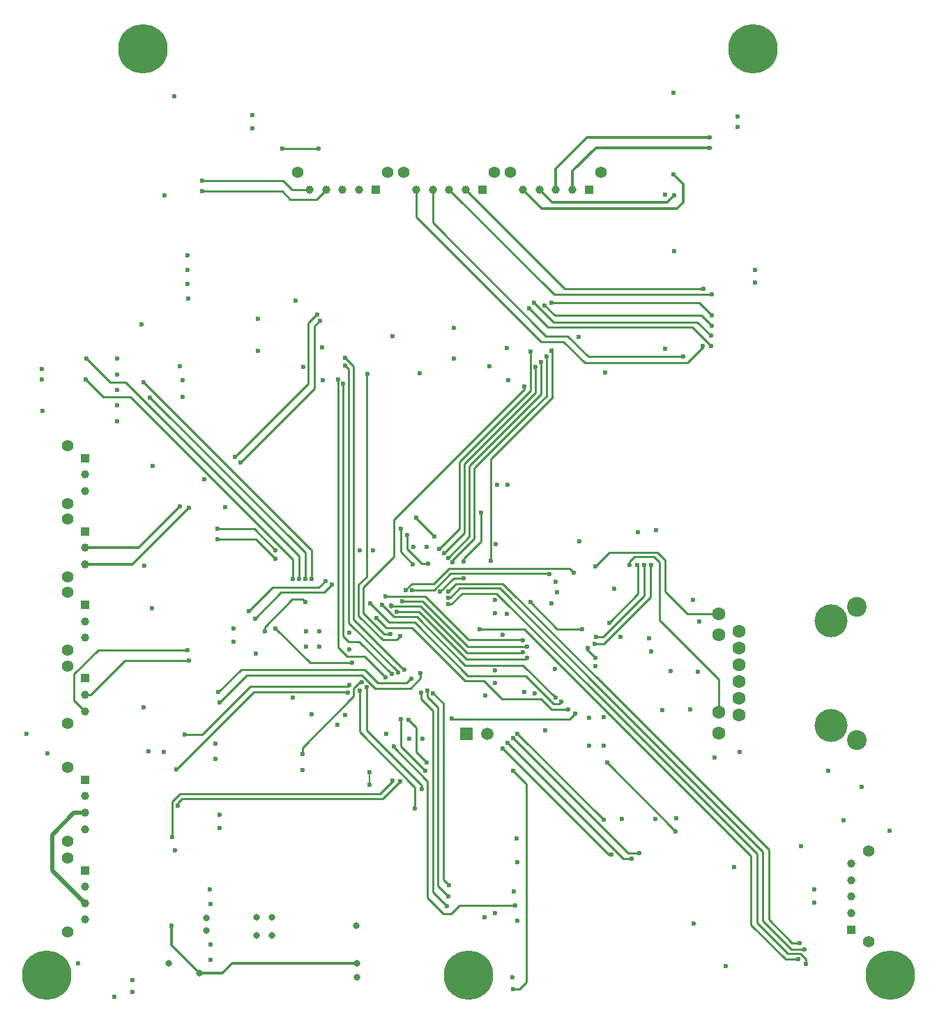
<source format=gbl>
%FSDAX25Y25*%
%MOIN*%
%SFA1B1*%

%IPPOS*%
%ADD12R,0.039370X0.039370*%
%ADD13R,0.039370X0.039370*%
%ADD54C,0.009840*%
%ADD55C,0.019690*%
%ADD57C,0.011810*%
%ADD59C,0.005910*%
%ADD68C,0.236220*%
%ADD69C,0.062990*%
%ADD70C,0.157480*%
%ADD71C,0.094490*%
%ADD72C,0.055120*%
%ADD73C,0.039370*%
%ADD74R,0.059060X0.059060*%
%ADD75C,0.059060*%
%ADD76C,0.023620*%
%ADD77C,0.031500*%
%LNmcb2-1*%
%LPD*%
G54D12*
X0372441Y0488583D03*
X0321457D03*
X0270472D03*
G54D13*
X0131496Y0360335D03*
Y0325295D03*
Y0290256D03*
Y0255118D03*
X0498032Y0135039D03*
X0131496Y0206693D03*
Y0163386D03*
G54D54*
X0289764Y0331692D02*
Y0331890D01*
Y0331692D02*
X0298622Y0322834D01*
X0266142Y0303642D02*
Y0400295D01*
X0262402Y0299902D02*
X0266142Y0303642D01*
X0187697Y0228346D02*
X0210532Y0251181D01*
X0175098Y0211614D02*
X0212205Y0248721D01*
X0159646Y0383169D02*
X0231004Y0311811D01*
Y0302657D02*
Y0311811D01*
X0217421Y0277559D02*
Y0279626D01*
X0230709Y0292913*
X0235504*
X0236847Y0291571*
X0375984Y0274803D02*
X0379134D01*
X0382087Y0281693D02*
X0396063Y0295669D01*
Y0309449*
X0375984Y0271654D02*
X0379528D01*
X0331138Y0221689D02*
X0331314Y0221513D01*
X0472440Y0120866D02*
X0472441Y0120867D01*
X0294094Y0294193D02*
X0314862Y0273425D01*
X0314469Y0270276D02*
X0342815D01*
X0292913Y0291831D02*
X0314469Y0270276D01*
X0291929Y0289469D02*
X0314092Y0267306D01*
X0283268Y0291831D02*
X0292913D01*
X0275098Y0294193D02*
X0294094D01*
X0280512Y0286909D02*
X0291240D01*
X0313976Y0264173*
X0314862Y0273425D02*
X0340454D01*
X0340748Y0273131*
Y0273130D02*
Y0273131D01*
X0314092Y0267306D02*
X0341036D01*
X0341043Y0267314D02*
Y0267421D01*
X0341036Y0267306D02*
X0341043Y0267314D01*
X0313976Y0264173D02*
X0342224D01*
X0342815Y0264764*
X0450000Y0137318D02*
X0466452Y0120866D01*
X0471654*
X0305118Y0296457D02*
X0309027Y0300366D01*
X0331186*
X0381130Y0250422*
X0381158*
X0458465Y0173115*
Y0139764D02*
Y0173115D01*
Y0139764D02*
X0469488Y0128740D01*
X0455709Y0139173D02*
X0469291Y0125591D01*
X0475591*
X0305118Y0290551D02*
X0306693D01*
X0452854Y0138287D02*
X0467520Y0123622D01*
X0473622*
X0476378Y0120866*
Y0118504D02*
Y0120866D01*
X0357283Y0278642D02*
X0369094D01*
X0344488Y0291437D02*
X0357283Y0278642D01*
X0301020Y0316894D02*
X0310630Y0326504D01*
X0303108Y0314806D02*
Y0315641D01*
X0305196Y0312718D02*
X0315354Y0322877D01*
X0307283Y0310630D02*
Y0311465D01*
X0317717Y0321898*
X0317964Y0355850D02*
X0345621Y0383507D01*
X0315601Y0356828D02*
X0343951Y0385178D01*
X0310877Y0358785D02*
X0340610Y0388519D01*
X0315354Y0322877D02*
Y0356687D01*
X0310630Y0326504D02*
Y0358644D01*
X0317717Y0321898D02*
Y0355709D01*
X0304027Y0315641D02*
X0312992Y0324606D01*
Y0357666*
X0273425Y0290354D02*
X0279232Y0284547D01*
X0290157*
X0313386Y0261319*
X0341043*
X0356496Y0245866*
X0358366Y0243012D02*
X0359252Y0243898D01*
X0355610Y0243012D02*
X0358366D01*
X0342224Y0256398D02*
X0355610Y0243012D01*
X0314567Y0256398D02*
X0342224D01*
X0289075Y0281890D02*
X0314567Y0256398D01*
X0277067Y0281890D02*
X0289075D01*
X0267913Y0291043D02*
X0277067Y0281890D01*
X0354528Y0240354D02*
X0362500D01*
X0349705Y0245177D02*
X0354528Y0240354D01*
X0331004Y0245177D02*
X0349705D01*
X0322343Y0253839D02*
X0331004Y0245177D01*
X0313386Y0253839D02*
X0322343D01*
X0275689Y0279331D02*
X0287894D01*
X0270965Y0284055D02*
X0275689Y0279331D01*
X0287894D02*
X0313386Y0253839D01*
X0301280Y0296457D02*
X0307776Y0302953D01*
X0312402*
X0312500Y0302854*
X0312598Y0310827D02*
Y0312402D01*
X0320866Y0320669*
Y0334350*
X0260039Y0283169D02*
X0284055Y0259154D01*
X0257677Y0281693D02*
X0281102Y0258268D01*
X0265354Y0265551D02*
X0275197Y0255709D01*
X0256890Y0265551D02*
X0265354D01*
X0252461Y0269980D02*
X0256890Y0265551D01*
X0255020Y0275394D02*
X0257677Y0272736D01*
X0262500*
X0278149Y0257087*
X0280610Y0273425D02*
X0282382Y0275197D01*
X0273917Y0273425D02*
X0280610D01*
X0262402Y0284941D02*
X0273917Y0273425D01*
X0262402Y0284941D02*
Y0299902D01*
X0274606Y0276181D02*
X0277461D01*
X0264593Y0286194D02*
X0274606Y0276181D01*
X0264593Y0286194D02*
Y0298648D01*
X0279331Y0313386*
Y0330807*
X0282480Y0315453D02*
X0288287Y0309646D01*
X0285532Y0317028D02*
X0292603Y0309956D01*
X0282480Y0326673D02*
X0282579Y0326575D01*
X0285532Y0317028D02*
Y0323622D01*
X0143504Y0396654D02*
X0150886D01*
X0132087Y0408071D02*
X0143504Y0396654D01*
X0153150Y0389665D02*
X0159646Y0383169D01*
X0140157Y0389665D02*
X0153150D01*
X0131988Y0397835D02*
X0140157Y0389665D01*
X0212500Y0326476D02*
X0222736Y0316240D01*
X0194980Y0326476D02*
X0212500D01*
X0213189Y0321654D02*
X0222638Y0312205D01*
X0194980Y0321654D02*
X0213189D01*
X0239075Y0262500D02*
X0259350D01*
X0222736Y0278839D02*
X0239075Y0262500D01*
X0243307Y0298524D02*
X0246457Y0301673D01*
X0221161Y0298524D02*
X0243307D01*
X0210039Y0287402D02*
X0221161Y0298524D01*
X0210039Y0287205D02*
Y0287402D01*
X0245965Y0296161D02*
X0249606Y0299803D01*
X0225394Y0296161D02*
X0245965D01*
X0212795Y0283563D02*
X0225394Y0296161D01*
X0260039Y0283169D02*
Y0404232D01*
X0255020Y0275394D02*
Y0395768D01*
X0252461Y0269980D02*
Y0397835D01*
X0257677Y0281693D02*
Y0402756D01*
X0256004Y0404429D02*
X0257677Y0402756D01*
X0206004Y0358169D02*
X0241339Y0393504D01*
Y0423524*
X0243898Y0426083*
X0203248Y0360827D02*
X0238386Y0395965D01*
Y0425000*
X0242323Y0428937*
X0242520*
X0295389Y0309956D02*
X0295472Y0310039D01*
X0292603Y0309956D02*
X0295389D01*
X0305709Y0307677D02*
X0363090D01*
X0365157Y0305610*
X0285039Y0297244D02*
Y0297493D01*
D01*
X0306398Y0305217D02*
X0353346D01*
X0353543Y0305020*
X0298327Y0300295D02*
X0305709Y0307677D01*
X0298425Y0297244D02*
X0306398Y0305217D01*
X0287992Y0297244D02*
X0298425D01*
X0285039Y0297493D02*
X0287842Y0300295D01*
X0298327*
X0126181Y0244685D02*
X0131496Y0239370D01*
X0126181Y0244685D02*
Y0257087D01*
X0137795Y0268701*
X0180610*
X0150630Y0263622D02*
X0181339D01*
X0131496Y0247244D02*
X0134252D01*
X0150630Y0263622*
X0225846Y0508110D02*
X0243071D01*
X0230610Y0488583D02*
X0238976D01*
X0226181Y0493012D02*
X0230610Y0488583D01*
X0187598Y0493012D02*
X0226181D01*
X0242323Y0484055D02*
X0246850Y0488583D01*
X0229626Y0484055D02*
X0242323D01*
X0225886Y0487795D02*
X0229626Y0484055D01*
X0187500Y0487795D02*
X0225886D01*
X0340363Y0388377D02*
X0344685Y0392699D01*
Y0411417*
X0312992Y0357666D02*
X0347047Y0391721D01*
Y0403839*
X0343704Y0385036D02*
X0349606Y0390939D01*
Y0406398*
X0345621Y0383507D02*
X0352412Y0390299D01*
X0352165Y0390158D02*
Y0408957D01*
X0279331Y0330807D02*
X0341634Y0393110D01*
Y0394488*
X0325492Y0311122D02*
Y0360039D01*
X0325739Y0360181D02*
X0355070Y0389511D01*
X0305709Y0488583D02*
X0355807Y0438484D01*
X0431201*
X0361023Y0441142D02*
X0427165D01*
X0313583Y0488583D02*
X0361023Y0441142D01*
X0282480Y0326673D02*
D01*
Y0315453D02*
Y0326673D01*
X0469488Y0128740D02*
X0473622D01*
X0303108Y0315641D02*
X0304027D01*
X0277657Y0289469D02*
X0291929D01*
X0277756Y0289075D02*
Y0289764D01*
X0285039Y0297493D02*
D01*
X0343799Y0431988D02*
X0352953Y0422835D01*
X0421752*
X0430807Y0413779*
X0346162Y0434547D02*
X0355413Y0425295D01*
X0424311*
X0430807Y0418799*
X0351378Y0433366D02*
X0356201Y0428543D01*
X0426378*
X0431319Y0423602*
X0354724Y0434547D02*
X0425197D01*
X0431142Y0428602*
X0354823Y0389370D02*
Y0412501D01*
X0354724Y0412402D02*
X0354823Y0412501D01*
X0354724Y0411614D02*
Y0412402D01*
X0372146Y0408760D02*
X0417717D01*
X0362205Y0418701D02*
X0372146Y0408760D01*
X0351969Y0418701D02*
X0362205D01*
X0297835Y0472835D02*
X0351969Y0418701D01*
X0297835Y0472835D02*
Y0488583D01*
X0426279Y0413779D02*
X0426968D01*
X0295179Y0249311D02*
X0295192Y0249323D01*
X0320079Y0278740D02*
X0341535D01*
X0450000Y0170276*
Y0137318D02*
Y0170276D01*
X0255906Y0408366D02*
X0260039Y0404232D01*
X0175787Y0195669D02*
X0177756Y0197638D01*
X0173130Y0196353D02*
X0176778Y0200000D01*
X0272736*
X0175787Y0194291D02*
Y0195669D01*
Y0194291D02*
X0175984Y0194095D01*
X0173130Y0179232D02*
Y0196353D01*
X0282185Y0205273D02*
Y0206004D01*
X0278642Y0205906D02*
Y0206102D01*
X0272736Y0200000D02*
X0278642Y0205906D01*
X0177756Y0197638D02*
X0273819D01*
X0282185Y0206004*
X0179232Y0228346D02*
X0187697D01*
X0212205Y0248721D02*
X0256718D01*
X0289370Y0192815D02*
Y0202953D01*
X0266142Y0230118D02*
X0292421Y0203839D01*
Y0202362D02*
Y0203839D01*
X0306693Y0290551D02*
X0311811Y0295669D01*
X0328346*
X0376561Y0247455*
X0452854Y0171161*
Y0138287D02*
Y0171161D01*
X0305118Y0293504D02*
X0306102D01*
X0310728Y0298130*
X0329921*
X0379021Y0249030*
X0455709Y0172343*
Y0139173D02*
Y0172343D01*
X0381961Y0170866D02*
X0383070D01*
X0331314Y0221513D02*
X0381961Y0170866D01*
X0338386Y0228740D02*
X0379626Y0187500D01*
X0391169Y0171654D02*
X0396457D01*
X0336139Y0226684D02*
X0391169Y0171654D01*
X0388878Y0168898D02*
X0392913D01*
X0333563Y0224213D02*
X0388878Y0168898D01*
X0310531Y0146457D02*
X0337205D01*
X0306594Y0142520D02*
X0310531Y0146457D01*
X0303051Y0142520D02*
X0306594D01*
X0302756Y0158858D02*
X0305413Y0156201D01*
X0302756Y0158858D02*
Y0243209D01*
X0298031Y0247933D02*
X0302756Y0243209D01*
X0300295Y0155905D02*
X0305315Y0150886D01*
X0300295Y0155905D02*
Y0241156D01*
X0295192Y0246260D02*
X0300295Y0241156D01*
X0295192Y0246260D02*
Y0249323D01*
X0297835Y0152756D02*
X0304429Y0146161D01*
X0297835Y0152756D02*
Y0239567D01*
X0292224Y0245177D02*
X0297835Y0239567D01*
X0292224Y0245177D02*
Y0248327D01*
X0295374Y0150197D02*
X0303051Y0142520D01*
X0295374Y0150197D02*
Y0205916D01*
X0279134Y0222156D02*
X0295374Y0205916D01*
X0279134Y0222156D02*
Y0222441D01*
X0262894Y0229429D02*
X0289370Y0202953D01*
X0262894Y0229429D02*
Y0249311D01*
X0195374Y0248622D02*
X0206102Y0259350D01*
X0265256*
X0271654Y0252953*
X0285335*
X0287205Y0254823*
X0287697*
X0195886Y0243622D02*
X0208858Y0256594D01*
X0263976*
X0270276Y0250295*
X0287205*
X0292028Y0255118*
Y0257677*
X0263090Y0253248D02*
X0263976D01*
X0256718Y0248721D02*
X0257198Y0248240D01*
X0210532Y0251181D02*
X0257185D01*
X0257972Y0251969*
X0262894Y0253248D02*
X0263976D01*
X0260039Y0250394D02*
X0262894Y0253248D01*
X0260039Y0246555D02*
Y0250394D01*
X0235433Y0221949D02*
X0260039Y0246555D01*
X0235433Y0218799D02*
Y0221949D01*
X0286319Y0235138D02*
X0289862Y0231594D01*
Y0219882D02*
Y0231594D01*
Y0219882D02*
X0294980Y0214764D01*
X0381169D02*
X0414043Y0181890D01*
X0282480Y0222736D02*
Y0235433D01*
Y0222736D02*
X0294291Y0210925D01*
X0336319Y0210827D02*
X0342618Y0204528D01*
Y0110039D02*
Y0204528D01*
X0339075Y0106496D02*
X0342618Y0110039D01*
X0336319Y0106496D02*
X0339075D01*
X0379134Y0274803D02*
X0394605Y0290274D01*
X0398917Y0294587*
Y0309444*
X0399035Y0309562*
X0379528Y0271654D02*
X0401870Y0293996D01*
Y0309051D02*
X0402086Y0309267D01*
X0401870Y0293996D02*
Y0309051D01*
X0434449Y0239016D02*
Y0254724D01*
X0419469Y0285945D02*
X0434449D01*
X0406102Y0283071D02*
X0434449Y0254724D01*
X0406102Y0283071D02*
Y0310531D01*
X0403543Y0313090D02*
X0406102Y0310531D01*
X0394193Y0313090D02*
X0403543D01*
X0392028Y0309252D02*
Y0310925D01*
X0394193Y0313090*
X0408957Y0296457D02*
X0419469Y0285945D01*
X0408957Y0296457D02*
Y0311516D01*
X0405118Y0315354D02*
X0408957Y0311516D01*
X0382382Y0315354D02*
X0405118D01*
X0375492Y0308465D02*
X0382382Y0315354D01*
X0363189Y0235630D02*
X0365960Y0238401D01*
X0306594Y0235630D02*
X0306791Y0235827D01*
X0306594Y0235630D02*
X0363189D01*
X0266142Y0230118D02*
Y0251083D01*
X0289961Y0475492D02*
Y0488583D01*
Y0475492D02*
X0349409Y0416043D01*
X0360335*
X0370571Y0405807*
X0419587*
X0427264Y0413484*
X0163004Y0389063D02*
X0236909Y0315158D01*
Y0302657D02*
Y0315158D01*
X0150886Y0396654D02*
X0233858Y0313681D01*
X0162726Y0389063D02*
X0163004D01*
X0162697Y0389092D02*
Y0389272D01*
Y0389092D02*
X0162726Y0389063D01*
X0233858Y0302657D02*
Y0313681D01*
X0159547Y0396752D02*
X0239272Y0317028D01*
X0239862Y0302657D02*
Y0316437D01*
X0239272Y0317028D02*
X0239862Y0316437D01*
G54D55*
X0126378Y0190945D02*
X0131496D01*
X0115748Y0180315D02*
X0126378Y0190945D01*
X0115748Y0163386D02*
Y0180315D01*
Y0163386D02*
X0131496Y0147638D01*
G54D57*
X0157283Y0317421D02*
X0176969Y0337106D01*
X0131496Y0317421D02*
X0157283D01*
X0154134Y0309547D02*
X0181220Y0336634D01*
X0131496Y0309547D02*
X0154134D01*
X0131496Y0352461D02*
X0132382Y0351575D01*
X0372047Y0268504D02*
X0375591Y0264961D01*
X0201969Y0118898D02*
X0261417D01*
X0197244Y0114173D02*
X0201969Y0118898D01*
X0186220Y0114173D02*
X0197244D01*
X0412992Y0495768D02*
X0417618Y0491142D01*
Y0482677D02*
Y0491142D01*
X0414665Y0479724D02*
X0417618Y0482677D01*
X0349803Y0479724D02*
X0414665D01*
X0340945Y0488583D02*
X0349803Y0479724D01*
X0409744Y0482579D02*
X0413091Y0485925D01*
X0354823Y0482579D02*
X0409744D01*
X0348819Y0488583D02*
X0354823Y0482579D01*
X0371673Y0513701D02*
X0430236D01*
X0356693Y0498721D02*
X0371673Y0513701D01*
X0356693Y0488583D02*
Y0498721D01*
X0375827Y0508701D02*
X0430177D01*
X0364567Y0497441D02*
X0375827Y0508701D01*
X0364567Y0488583D02*
Y0497441D01*
X0172835Y0127559D02*
X0186220Y0114173D01*
X0172835Y0127559D02*
Y0136909D01*
G54D59*
X0267520Y0204232D02*
Y0210039D01*
G54D68*
X0516535Y0113386D03*
X0451043Y0555905D03*
X0113386Y0113386D03*
X0314961D03*
X0159154Y0555905D03*
G54D69*
X0434449Y0229016D03*
Y0239016D03*
Y0275945D03*
Y0285945D03*
X0444094Y0237500D03*
Y0245492D03*
Y0253484D03*
Y0261476D03*
Y0269468D03*
Y0277461D03*
G54D70*
X0488110Y0282480D03*
Y0232480D03*
G54D71*
X0500591Y0289232D03*
Y0225728D03*
G54D72*
X0123228Y0366240D03*
Y0338681D03*
Y0303642D03*
Y0331201D03*
Y0296161D03*
Y0268602D03*
Y0233465D03*
Y0261024D03*
X0335039Y0496850D03*
X0378346D03*
X0327362D03*
X0284055D03*
X0233071D03*
X0276378D03*
X0506299Y0129134D03*
Y0172441D03*
X0123228Y0177165D03*
Y0212598D03*
Y0169291D03*
Y0133858D03*
G54D73*
X0131496Y0352461D03*
Y0344587D03*
Y0309547D03*
Y0317421D03*
Y0282382D03*
Y0274508D03*
Y0239370D03*
Y0247244D03*
X0340945Y0488583D03*
X0348819D03*
X0356693D03*
X0364567D03*
X0313583D03*
X0305709D03*
X0297835D03*
X0289961D03*
X0238976D03*
X0246850D03*
X0254724D03*
X0262598D03*
X0498032Y0142913D03*
Y0150787D03*
Y0158661D03*
Y0166535D03*
X0131496Y0183071D03*
Y0190945D03*
Y0198819D03*
Y0155512D03*
Y0147638D03*
Y0139764D03*
G54D74*
X0313780Y0228740D03*
G54D75*
X0323780Y0228740D03*
G54D76*
X0289764Y0331890D03*
X0298622Y0322834D03*
X0231004Y0302657D03*
X0233957D03*
X0236909D03*
X0239862D03*
X0217421Y0277559D03*
X0159744Y0309055D03*
X0176969Y0337106D03*
X0181220Y0336634D03*
X0236847Y0291571D03*
X0353543Y0305020D03*
X0174409Y0172835D03*
X0195866Y0189764D03*
Y0183661D03*
X0286614Y0226378D03*
X0292913D03*
X0480315Y0148032D03*
Y0154331D03*
X0516142Y0182284D03*
X0191339Y0154134D03*
X0191437Y0120669D03*
Y0147146D03*
Y0127953D03*
X0128346Y0118898D03*
X0145669Y0102756D03*
X0154331Y0105118D03*
Y0111024D03*
X0443701Y0523701D03*
Y0518701D03*
X0409055Y0486221D03*
X0356102Y0259646D03*
X0327559Y0259055D03*
Y0252756D03*
Y0286220D03*
Y0292520D03*
X0331102Y0275984D03*
X0382087Y0281693D03*
X0395571Y0309350D03*
X0387426Y0274778D03*
X0375591Y0264961D03*
X0375984Y0274803D03*
X0375197Y0271654D03*
X0384646Y0298032D03*
X0375591Y0261024D03*
X0354724Y0290944D03*
X0341732Y0248425D03*
X0305118Y0290551D03*
Y0293504D03*
Y0296457D03*
X0320079Y0278740D03*
X0473228Y0128740D03*
X0475591Y0125591D03*
X0476378Y0118504D03*
X0472440Y0120866D03*
X0388189Y0187795D03*
X0404331D03*
X0396457Y0171654D03*
X0392913Y0168898D03*
X0383070Y0170866D03*
X0267618Y0210138D03*
X0267520Y0204232D03*
X0230807Y0246063D03*
X0262992Y0316339D03*
X0269291D03*
X0288583Y0317815D03*
X0294882D03*
X0146850Y0407874D03*
Y0400394D03*
Y0392913D03*
Y0385433D03*
Y0377953D03*
X0257776Y0276772D03*
X0257775Y0268898D03*
X0237402Y0277461D03*
X0243701D03*
X0237402Y0270374D03*
X0243701D03*
X0285039Y0297244D03*
X0287992D03*
X0365157Y0305610D03*
X0277756Y0289764D03*
X0283268Y0291831D03*
X0275098Y0294193D03*
X0280512Y0286909D03*
X0342815Y0270276D03*
X0340748Y0273130D03*
X0341043Y0267421D03*
X0342815Y0264764D03*
X0333366Y0285925D03*
X0369094Y0278642D03*
X0344488Y0291437D03*
X0307283Y0310630D03*
X0305196Y0312718D03*
X0303108Y0314806D03*
X0301020Y0316894D03*
X0273425Y0290354D03*
X0356496Y0245866D03*
X0359252Y0243898D03*
X0267913Y0291043D03*
X0362500Y0240354D03*
X0270965Y0284055D03*
X0301280Y0296457D03*
X0312500Y0302854D03*
X0312598Y0310827D03*
X0320866Y0334350D03*
X0412992Y0495768D03*
X0413091Y0485925D03*
X0430236Y0513701D03*
X0430177Y0508701D03*
X0474016Y0174803D03*
X0277461Y0276181D03*
X0282382Y0275197D03*
X0288287Y0309646D03*
X0282579Y0326575D03*
X0285532Y0323622D03*
X0214370Y0411713D03*
Y0427067D03*
X0244882Y0413189D03*
X0245276Y0397539D03*
X0291437Y0400787D03*
X0232283Y0435532D03*
X0132087Y0408071D03*
X0131988Y0397835D03*
X0159547Y0396752D03*
X0178248Y0389567D03*
Y0397638D03*
X0177067Y0404232D03*
X0222736Y0316240D03*
X0194980Y0326476D03*
X0222638Y0312205D03*
X0194980Y0321654D03*
X0259350Y0262500D03*
X0222736Y0278839D03*
X0246457Y0301673D03*
X0210039Y0287205D03*
X0249606Y0299803D03*
X0212795Y0283563D03*
X0163681Y0288681D03*
X0159449Y0241339D03*
X0163779Y0356693D03*
X0198425Y0336811D03*
X0188484Y0350197D03*
X0255807Y0408268D03*
X0255020Y0395768D03*
X0252461Y0397835D03*
X0256004Y0404429D03*
X0206004Y0358169D03*
X0243898Y0426083D03*
X0203248Y0360827D03*
X0242520Y0428937D03*
X0307776Y0422736D03*
Y0408071D03*
X0278445Y0418504D03*
X0295472Y0310039D03*
X0266437Y0400591D03*
X0202559Y0278839D03*
Y0272539D03*
X0181339Y0263622D03*
X0180610Y0268701D03*
X0174114Y0533169D03*
X0211713Y0524114D03*
Y0517815D03*
X0169685Y0486024D03*
X0225846Y0508110D03*
X0243071D03*
X0187598Y0493012D03*
X0187500Y0487795D03*
X0380118Y0401280D03*
X0333284Y0412815D03*
X0333858Y0397736D03*
X0367421Y0418406D03*
X0344685Y0411417D03*
X0347047Y0403839D03*
X0349606Y0406398D03*
X0352165Y0408957D03*
X0341634Y0394488D03*
X0325492Y0311122D03*
X0413287Y0459350D03*
X0409055Y0412500D03*
X0431201Y0438484D03*
X0427165Y0441142D03*
X0343799Y0431988D03*
X0430807Y0413779D03*
X0346162Y0434547D03*
X0430807Y0418799D03*
X0351378Y0433366D03*
X0431319Y0423602D03*
X0354724Y0434547D03*
X0431142Y0428602D03*
X0354724Y0411614D03*
X0417717Y0408760D03*
X0426968Y0413779D03*
X0255807Y0237598D03*
X0239764Y0237795D03*
X0252362Y0233071D03*
X0275591Y0228543D03*
X0235531Y0211221D03*
X0338114Y0167248D03*
X0337795Y0178740D03*
X0336516Y0153248D03*
X0327461Y0143012D03*
X0338189Y0139370D03*
X0304429Y0146161D03*
X0305315Y0150886D03*
X0292224Y0248327D03*
X0295192Y0249323D03*
X0322520Y0141063D03*
X0298031Y0247933D03*
X0305413Y0156201D03*
X0275197Y0255610D03*
X0278149Y0257087D03*
X0281299Y0257972D03*
X0284350Y0259154D03*
X0175984Y0194095D03*
X0173130Y0179232D03*
X0282185Y0206004D03*
X0278642Y0206102D03*
X0335827Y0112205D03*
X0162008Y0220177D03*
X0193996Y0216437D03*
Y0223819D03*
X0169396Y0220085D03*
X0195886Y0243622D03*
X0486811Y0211024D03*
X0179232Y0228346D03*
X0175098Y0211614D03*
X0195374Y0248622D03*
X0287697Y0254823D03*
X0292028Y0257677D03*
X0289370Y0192815D03*
X0292421Y0202362D03*
X0338386Y0228740D03*
X0379626Y0187500D03*
X0336139Y0226684D03*
X0331138Y0221689D03*
X0333563Y0224213D03*
X0337205Y0146457D03*
X0279134Y0222441D03*
X0414075Y0188189D03*
X0235433Y0218799D03*
X0262894Y0249311D03*
X0263976Y0253248D03*
X0257198Y0248240D03*
X0257972Y0251969D03*
X0286319Y0235138D03*
X0294980Y0214764D03*
X0381169D03*
X0414043Y0181890D03*
X0282480Y0235433D03*
X0294291Y0210925D03*
X0336319Y0210827D03*
Y0106496D03*
X0411417Y0258477D03*
X0407480Y0240059D03*
X0424606Y0258268D03*
X0421063Y0240244D03*
X0432677Y0217126D03*
X0422244Y0292618D03*
X0425197Y0282087D03*
X0367815Y0320472D03*
X0396063Y0324902D03*
X0404724Y0325984D03*
X0398819Y0309350D03*
X0402165Y0309252D03*
X0372047Y0269685D03*
X0392028Y0309252D03*
X0375492Y0308465D03*
X0444587Y0220079D03*
X0365960Y0238401D03*
X0306791Y0235827D03*
X0351575Y0230315D03*
X0494193Y0187402D03*
X0379546Y0236429D03*
X0372441Y0236417D03*
X0379528Y0222933D03*
X0372441D03*
X0103543Y0228445D03*
X0113484Y0219291D03*
X0172835Y0136909D03*
X0266142Y0251083D03*
X0213189Y0266831D03*
X0323031Y0246850D03*
X0346457Y0248031D03*
X0328051Y0319193D03*
X0328642Y0347441D03*
X0333465Y0347539D03*
X0357382Y0296260D03*
X0356496Y0301181D03*
X0401378Y0274114D03*
X0402264Y0268012D03*
X0442028Y0164961D03*
X0437992Y0117618D03*
X0422539Y0137992D03*
X0111122Y0382874D03*
X0111024Y0398031D03*
Y0402854D03*
X0158661Y0424311D03*
X0180807Y0436614D03*
X0180709Y0443504D03*
Y0450295D03*
X0180512Y0457284D03*
X0235925Y0404035D03*
X0324902Y0404134D03*
X0412992Y0534941D03*
X0451772Y0450394D03*
Y0444095D03*
X0503051Y0203248D03*
X0162697Y0389272D03*
X0154430Y0564173D03*
X0150886Y0560630D03*
X0149705Y0555905D03*
X0150886Y0551181D03*
X0154430Y0547638D03*
X0159154Y0546457D03*
X0163879Y0547638D03*
X0167422Y0551181D03*
X0168603Y0555905D03*
X0167422Y0560630D03*
X0163879Y0564173D03*
X0159154Y0565354D03*
X0446319Y0564173D03*
X0442775Y0560630D03*
X0441594Y0555905D03*
X0442775Y0551181D03*
X0446319Y0547638D03*
X0451043Y0546457D03*
X0455767Y0547638D03*
X0459311Y0551181D03*
X0460492Y0555905D03*
X0459311Y0560630D03*
X0455767Y0564173D03*
X0451043Y0565354D03*
X0511811Y0121653D03*
X0508268Y0118110D03*
X0507087Y0113386D03*
X0508268Y0108661D03*
X0511811Y0105118D03*
X0516535Y0103937D03*
X0521260Y0105118D03*
X0524803Y0108661D03*
X0525984Y0113386D03*
X0524803Y0118110D03*
X0521260Y0121653D03*
X0516535Y0122835D03*
X0310236Y0121653D03*
X0306693Y0118110D03*
X0305512Y0113386D03*
X0306693Y0108661D03*
X0310236Y0105118D03*
X0314961Y0103937D03*
X0319685Y0105118D03*
X0323228Y0108661D03*
X0324409Y0113386D03*
X0323228Y0118110D03*
X0319685Y0121653D03*
X0314961Y0122835D03*
X0108661Y0121653D03*
X0105118Y0118110D03*
X0103937Y0113386D03*
X0105118Y0108661D03*
X0108661Y0105118D03*
X0113386Y0103937D03*
X0118110Y0105118D03*
X0121653Y0108661D03*
X0122835Y0113386D03*
X0121653Y0118110D03*
X0118110Y0121653D03*
X0113386Y0122835D03*
G54D77*
X0189665Y0140500D03*
Y0134500D03*
X0171555Y0118842D03*
X0220866Y0132283D03*
X0213681D03*
Y0140846D03*
X0261417Y0112205D03*
Y0118898D03*
X0220866Y0140846D03*
X0186220Y0114173D03*
X0261220Y0136811D03*
M02*
</source>
